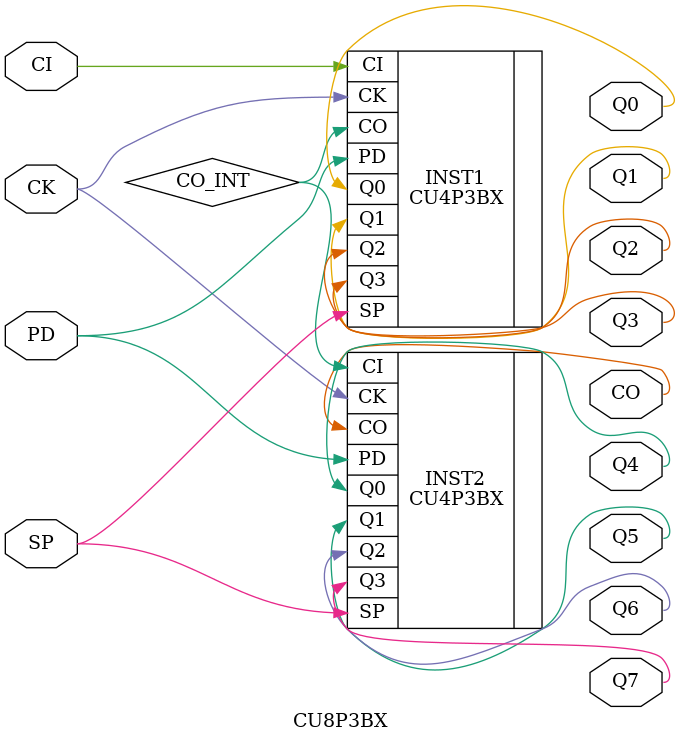
<source format=v>
`resetall
`timescale 1 ns / 100 ps

`celldefine

/* Created by DB2VERILOG Version 1.3.8.0 on Sun Sep 14 22:51:03 1997 */
/* module compiled from "lsl2db 4.4.5 (07/17/96)" run */

module CU8P3BX (CI, SP, CK, PD, CO, Q0, Q1, Q2, Q3, 
       Q4, Q5, Q6, Q7);
parameter DISABLED_GSR = 0;
defparam INST1.DISABLED_GSR = DISABLED_GSR;
defparam INST2.DISABLED_GSR = DISABLED_GSR;
input  CI, SP, CK, PD;
output CO, Q0, Q1, Q2, Q3, Q4, Q5, Q6, Q7;
CU4P3BX INST1 (.CI(CI), .SP(SP), .CK(CK), .PD(PD), .CO(
      CO_INT), .Q0(Q0), .Q1(Q1), .Q2(Q2), .Q3(Q3));
CU4P3BX INST2 (.CI(CO_INT), .SP(SP), .CK(CK), .PD(PD),
      .CO(CO), .Q0(Q4), .Q1(Q5), .Q2(Q6), .Q3(Q7));

endmodule

`endcelldefine

</source>
